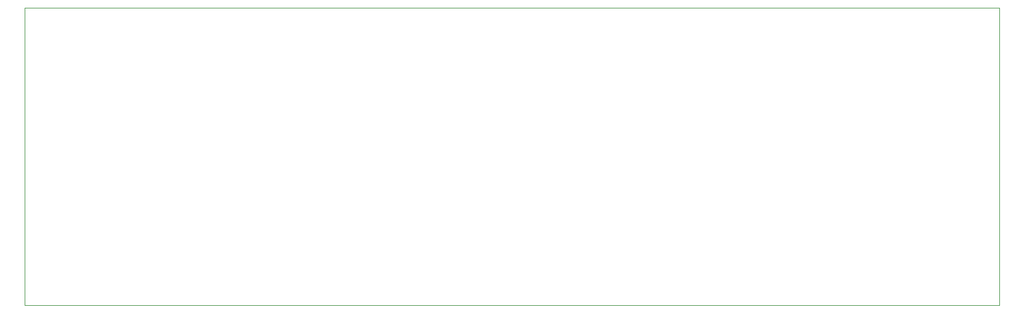
<source format=gm1>
G04 #@! TF.GenerationSoftware,KiCad,Pcbnew,(5.1.10)-1*
G04 #@! TF.CreationDate,2022-01-19T18:15:33-07:00*
G04 #@! TF.ProjectId,keypad,6b657970-6164-42e6-9b69-6361645f7063,rev?*
G04 #@! TF.SameCoordinates,Original*
G04 #@! TF.FileFunction,Profile,NP*
%FSLAX46Y46*%
G04 Gerber Fmt 4.6, Leading zero omitted, Abs format (unit mm)*
G04 Created by KiCad (PCBNEW (5.1.10)-1) date 2022-01-19 18:15:33*
%MOMM*%
%LPD*%
G01*
G04 APERTURE LIST*
G04 #@! TA.AperFunction,Profile*
%ADD10C,0.100000*%
G04 #@! TD*
G04 APERTURE END LIST*
D10*
X215900000Y-80010000D02*
X215900000Y-121920000D01*
X78740000Y-80010000D02*
X215900000Y-80010000D01*
X78740000Y-121920000D02*
X78740000Y-80010000D01*
X215900000Y-121920000D02*
X78740000Y-121920000D01*
M02*

</source>
